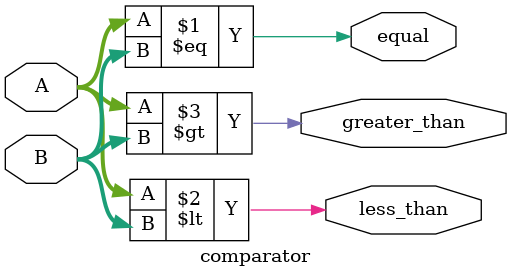
<source format=sv>
module comparator(input [3:0] A, B,
                  output equal,less_than, greater_than);
  
    assign equal = (A == B);
    assign less_than = (A < B);
    assign greater_than = (A > B);
  
endmodule

</source>
